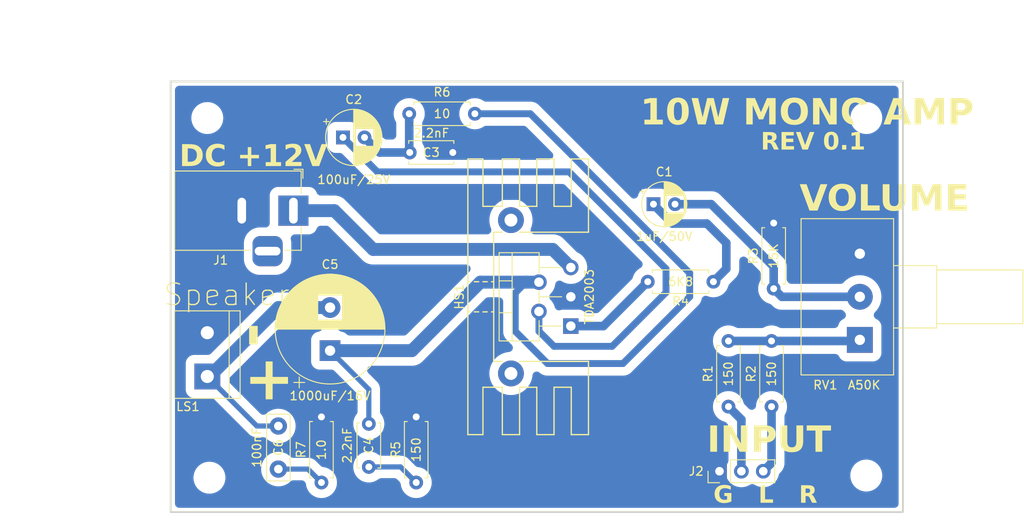
<source format=kicad_pcb>
(kicad_pcb (version 20221018) (generator pcbnew)
  (layers (0 "F.Cu" signal) (31 "B.Cu" signal) (34 "B.Paste" user) (35 "F.Paste" user) (36 "B.SilkS" user "B.Silkscreen") (37 "F.SilkS" user "F.Silkscreen") (38 "B.Mask" user) (39 "F.Mask" user) (44 "Edge.Cuts" user))
  (net 0 "")
  (net 1 "Net-(C1-Pad1)")
  (net 2 "Net-(C1-Pad2)")
  (net 3 "Net-(U1--)")
  (net 4 "Net-(C2-Pad2)")
  (net 5 "GND")
  (net 6 "Net-(C4-Pad1)")
  (net 7 "Net-(C5-Pad2)")
  (net 8 "Net-(C6-Pad2)")
  (net 9 "VCC")
  (net 10 "Net-(R1-Pad2)")
  (net 11 "Net-(U1-+)")
  (net 12 "Net-(J2-Pin_2)")
  (net 13 "Net-(J2-Pin_3)")
  (footprint "Capacitor_THT:C_Disc_D5.0mm_W2.5mm_P5.00mm" (layer "F.Cu") (at 128.25 85.75 -90)
    (fp_text reference "C4" (at 2.5 0 90) (layer "F.SilkS"))
    (fp_text value "2.2nF" (at 2.5 2.5 90) (layer "F.SilkS"))
    (pad "1" thru_hole circle (at 0 0 270) (size 1.6 1.6) (drill 0.8) (layers "*.Cu" "*.Mask") (net 6 "Net-(C4-Pad1)"))
    (pad "2" thru_hole circle (at 5 0 270) (size 1.6 1.6) (drill 0.8) (layers "*.Cu" "*.Mask") (net 4 "Net-(C2-Pad2)"))
  )
  (footprint "Resistor_THT:R_Axial_DIN0207_L6.3mm_D2.5mm_P7.62mm_Horizontal" (layer "F.Cu") (at 168.25 69.25 180)
    (fp_text reference "R4" (at 3.81 -2.25) (layer "F.SilkS"))
    (fp_text value "6K8" (at 3.81 0) (layer "F.SilkS"))
    (pad "1" thru_hole circle (at 0 0 180) (size 1.6 1.6) (drill 0.8) (layers "*.Cu" "*.Mask") (net 1 "Net-(C1-Pad1)"))
    (pad "2" thru_hole oval (at 7.62 0 180) (size 1.6 1.6) (drill 0.8) (layers "*.Cu" "*.Mask") (net 11 "Net-(U1-+)"))
  )
  (footprint "Capacitor_THT:C_Disc_D7.5mm_W2.5mm_P5.00mm" (layer "F.Cu") (at 117.75 86 -90)
    (fp_text reference "C6" (at 2.5 0 90) (layer "F.SilkS"))
    (fp_text value "100nF" (at 2.5 2.5 90) (layer "F.SilkS"))
    (pad "1" thru_hole circle (at 0 0 270) (size 2 2) (drill 1) (layers "*.Cu" "*.Mask") (net 7 "Net-(C5-Pad2)"))
    (pad "2" thru_hole circle (at 5 0 270) (size 2 2) (drill 1) (layers "*.Cu" "*.Mask") (net 8 "Net-(C6-Pad2)"))
  )
  (footprint "TerminalBlock:TerminalBlock_bornier-2_P5.08mm" (layer "F.Cu") (at 109.5 80.25 90)
    (fp_text reference "LS1" (at -3.5 -2.25) (layer "F.SilkS"))
    (fp_text value "Speaker" (at 9.5 2.25) (layer "F.SilkS") (effects (font (size 2.5 2.5))))
    (pad "1" thru_hole rect (at 0 0 90) (size 3 3) (drill 1.52) (layers "*.Cu" "*.Mask") (net 7 "Net-(C5-Pad2)"))
    (pad "2" thru_hole circle (at 5.08 0 90) (size 3 3) (drill 1.52) (layers "*.Cu" "*.Mask") (net 5 "GND"))
  )
  (footprint "MountingHole:MountingHole_3.2mm_M3" (layer "F.Cu") (at 109.75 92)
    (fp_text reference "REF**" hide)
    (fp_text value "MountingHole_3.2mm_M3")
    (pad "" np_thru_hole circle (at 0 0) (size 3.2 3.2) (drill 3.2) (layers "*.Cu" "*.Mask"))
  )
  (footprint "Capacitor_THT:CP_Radial_D5.0mm_P2.50mm" (layer "F.Cu") (at 161.294888 60.25)
    (fp_text reference "C1" (at 1.25 -3.75) (layer "F.SilkS"))
    (fp_text value "1uF/50V" (at 1.25 3.75) (layer "F.SilkS"))
    (pad "1" thru_hole rect (at 0 0) (size 1.6 1.6) (drill 0.8) (layers "*.Cu" "*.Mask") (net 1 "Net-(C1-Pad1)"))
    (pad "2" thru_hole circle (at 2.5 0) (size 1.6 1.6) (drill 0.8) (layers "*.Cu" "*.Mask") (net 2 "Net-(C1-Pad2)"))
  )
  (footprint "Resistor_THT:R_Axial_DIN0207_L6.3mm_D2.5mm_P7.62mm_Horizontal" (layer "F.Cu") (at 175 83.75 90)
    (fp_text reference "R2" (at 3.81 -2.37 90) (layer "F.SilkS"))
    (fp_text value "150" (at 3.81 0 90) (layer "F.SilkS"))
    (pad "1" thru_hole circle (at 0 0 90) (size 1.6 1.6) (drill 0.8) (layers "*.Cu" "*.Mask") (net 13 "Net-(J2-Pin_3)"))
    (pad "2" thru_hole oval (at 7.62 0 90) (size 1.6 1.6) (drill 0.8) (layers "*.Cu" "*.Mask") (net 10 "Net-(R1-Pad2)"))
  )
  (footprint "Heatsink:Heatsink_Stonecold_HS-132_32x14mm_2xFixation1.5mm" (layer "F.Cu") (at 144.75 71 90)
    (fp_text reference "HS1" (at 0 -6 90) (layer "F.SilkS"))
    (fp_text value "Heatsink")
    (pad "1" thru_hole circle (at -8.9 0 90) (size 3 3) (drill 1.5) (layers "*.Cu" "*.Mask"))
    (pad "1" thru_hole circle (at 8.9 0 90) (size 3 3) (drill 1.5) (layers "*.Cu" "*.Mask"))
  )
  (footprint "MountingHole:MountingHole_3.2mm_M3" (layer "F.Cu") (at 186 50.25)
    (fp_text reference "REF**" hide)
    (fp_text value "MountingHole_3.2mm_M3")
    (pad "" np_thru_hole circle (at 0 0) (size 3.2 3.2) (drill 3.2) (layers "*.Cu" "*.Mask"))
  )
  (footprint "Capacitor_THT:CP_Radial_D6.3mm_P2.50mm" (layer "F.Cu") (at 125.25 52.5)
    (fp_text reference "C2" (at 1.25 -4.4) (layer "F.SilkS"))
    (fp_text value "100uF/25V" (at 1.25 4.9) (layer "F.SilkS"))
    (pad "1" thru_hole rect (at 0 0) (size 1.6 1.6) (drill 0.8) (layers "*.Cu" "*.Mask") (net 3 "Net-(U1--)"))
    (pad "2" thru_hole circle (at 2.5 0) (size 1.6 1.6) (drill 0.8) (layers "*.Cu" "*.Mask") (net 4 "Net-(C2-Pad2)"))
  )
  (footprint "Connector_BarrelJack:BarrelJack_Horizontal" (layer "F.Cu") (at 119.5 61)
    (fp_text reference "J1" (at -8.45 5.75) (layer "F.SilkS"))
    (fp_text value "Barrel_Jack")
    (pad "1" thru_hole rect (at 0 0) (size 3.5 3.5) (drill oval 1 3) (layers "*.Cu" "*.Mask") (net 9 "VCC"))
    (pad "2" thru_hole roundrect (at -6 0) (size 3 3.5) (drill oval 1 3) (layers "*.Cu" "*.Mask") (net 5 "GND"))
    (pad "3" thru_hole roundrect (at -3 4.7) (size 3.5 3.5) (drill oval 3 1) (layers "*.Cu" "*.Mask"))
  )
  (footprint "Resistor_THT:R_Axial_DIN0207_L6.3mm_D2.5mm_P7.62mm_Horizontal" (layer "F.Cu") (at 140.56 49.75 180)
    (fp_text reference "R6" (at 3.81 2.5) (layer "F.SilkS"))
    (fp_text value "10" (at 3.81 0) (layer "F.SilkS"))
    (pad "1" thru_hole circle (at 0 0 180) (size 1.6 1.6) (drill 0.8) (layers "*.Cu" "*.Mask") (net 6 "Net-(C4-Pad1)"))
    (pad "2" thru_hole oval (at 7.62 0 180) (size 1.6 1.6) (drill 0.8) (layers "*.Cu" "*.Mask") (net 4 "Net-(C2-Pad2)"))
  )
  (footprint "Potentiometer_THT:Potentiometer_Alps_RK163_Single_Horizontal" (layer "F.Cu") (at 185.25 76 180)
    (fp_text reference "RV1" (at 4 -5.25) (layer "F.SilkS"))
    (fp_text value "A50K" (at -0.5 -5.25) (layer "F.SilkS"))
    (pad "1" thru_hole rect (at 0 0) (size 3 3) (drill 1.2) (layers "*.Cu" "*.Mask") (net 10 "Net-(R1-Pad2)"))
    (pad "2" thru_hole circle (at 0 5) (size 3 3) (drill 1.2) (layers "*.Cu" "*.Mask") (net 2 "Net-(C1-Pad2)"))
    (pad "3" thru_hole circle (at 0 10) (size 3 3) (drill 1.2) (layers "*.Cu" "*.Mask") (net 5 "GND"))
  )
  (footprint "Connector_PinHeader_2.54mm:PinHeader_1x03_P2.54mm_Vertical" (layer "F.Cu") (at 168.96 91.25 90)
    (fp_text reference "J2" (at 0 -2.71 180) (layer "F.SilkS"))
    (fp_text value "Conn_01x03_Pin")
    (pad "1" thru_hole rect (at 0 0 90) (size 1.7 1.7) (drill 1) (layers "*.Cu" "*.Mask") (net 5 "GND"))
    (pad "2" thru_hole oval (at 0 2.54 90) (size 1.7 1.7) (drill 1) (layers "*.Cu" "*.Mask") (net 12 "Net-(J2-Pin_2)"))
    (pad "3" thru_hole oval (at 0 5.08 90) (size 1.7 1.7) (drill 1) (layers "*.Cu" "*.Mask") (net 13 "Net-(J2-Pin_3)"))
  )
  (footprint "Resistor_THT:R_Axial_DIN0207_L6.3mm_D2.5mm_P7.62mm_Horizontal" (layer "F.Cu") (at 122.75 92.56 90)
    (fp_text reference "R7" (at 3.81 -2.37 90) (layer "F.SilkS"))
    (fp_text value "1.0" (at 3.81 0 90) (layer "F.SilkS"))
    (pad "1" thru_hole circle (at 0 0 90) (size 1.6 1.6) (drill 0.8) (layers "*.Cu" "*.Mask") (net 8 "Net-(C6-Pad2)"))
    (pad "2" thru_hole oval (at 7.62 0 90) (size 1.6 1.6) (drill 0.8) (layers "*.Cu" "*.Mask") (net 5 "GND"))
  )
  (footprint "Resistor_THT:R_Axial_DIN0207_L6.3mm_D2.5mm_P7.62mm_Horizontal" (layer "F.Cu") (at 133.75 92.56 90)
    (fp_text reference "R5" (at 3.81 -2.37 90) (layer "F.SilkS"))
    (fp_text value "150" (at 3.81 0 90) (layer "F.SilkS"))
    (pad "1" thru_hole circle (at 0 0 90) (size 1.6 1.6) (drill 0.8) (layers "*.Cu" "*.Mask") (net 4 "Net-(C2-Pad2)"))
    (pad "2" thru_hole oval (at 7.62 0 90) (size 1.6 1.6) (drill 0.8) (layers "*.Cu" "*.Mask") (net 5 "GND"))
  )
  (footprint "MountingHole:MountingHole_3.2mm_M3" (layer "F.Cu") (at 186 91.75)
    (fp_text reference "REF**" hide)
    (fp_text value "MountingHole_3.2mm_M3")
    (pad "" np_thru_hole circle (at 0 0) (size 3.2 3.2) (drill 3.2) (layers "*.Cu" "*.Mask"))
  )
  (footprint "MountingHole:MountingHole_3.2mm_M3" (layer "F.Cu") (at 109.5 50.25)
    (fp_text reference "REF**" hide)
    (fp_text value "MountingHole_3.2mm_M3")
    (pad "" np_thru_hole circle (at 0 0) (size 3.2 3.2) (drill 3.2) (layers "*.Cu" "*.Mask"))
  )
  (footprint "Capacitor_THT:C_Disc_D5.0mm_W2.5mm_P5.00mm" (layer "F.Cu") (at 133 54.25)
    (fp_text reference "C3" (at 2.5 0) (layer "F.SilkS"))
    (fp_text value "2.2nF" (at 2.5 -2.25) (layer "F.SilkS"))
    (pad "1" thru_hole circle (at 0 0) (size 1.6 1.6) (drill 0.8) (layers "*.Cu" "*.Mask") (net 4 "Net-(C2-Pad2)"))
    (pad "2" thru_hole circle (at 5 0) (size 1.6 1.6) (drill 0.8) (layers "*.Cu" "*.Mask") (net 5 "GND"))
  )
  (footprint "Package_TO_SOT_THT:TO-220-5_P3.4x3.7mm_StaggerOdd_Lead3.8mm_Vertical" (layer "F.Cu") (at 151.7 74.4 90)
    (fp_text reference "U1" hide)
    (fp_text value "TDA2003" (at 3.4 2.15 90) (layer "F.SilkS"))
    (pad "1" thru_hole rect (at 0 0 90) (size 1.8 1.8) (drill 1.1) (layers "*.Cu" "*.Mask") (net 11 "Net-(U1-+)"))
    (pad "2" thru_hole oval (at 1.7 -3.7 90) (size 1.8 1.8) (drill 1.1) (layers "*.Cu" "*.Mask") (net 3 "Net-(U1--)"))
    (pad "3" thru_hole oval (at 3.4 0 90) (size 1.8 1.8) (drill 1.1) (layers "*.Cu" "*.Mask") (net 5 "GND"))
    (pad "4" thru_hole oval (at 5.1 -3.7 90) (size 1.8 1.8) (drill 1.1) (layers "*.Cu" "*.Mask") (net 6 "Net-(C4-Pad1)"))
    (pad "5" thru_hole oval (at 6.8 0 90) (size 1.8 1.8) (drill 1.1) (layers "*.Cu" "*.Mask") (net 9 "VCC"))
  )
  (footprint "Capacitor_THT:CP_Radial_D12.5mm_P5.00mm" (layer "F.Cu") (at 123.75 77.25 90)
    (fp_text reference "C5" (at 10 0) (layer "F.SilkS"))
    (fp_text value "1000uF/16V" (at -5.25 0 180) (layer "F.SilkS"))
    (pad "1" thru_hole rect (at 0 0 90) (size 2.4 2.4) (drill 1.2) (layers "*.Cu" "*.Mask") (net 6 "Net-(C4-Pad1)"))
    (pad "2" thru_hole circle (at 5 0 90) (size 2.4 2.4) (drill 1.2) (layers "*.Cu" "*.Mask") (net 7 "Net-(C5-Pad2)"))
  )
  (footprint "Resistor_THT:R_Axial_DIN0207_L6.3mm_D2.5mm_P7.62mm_Horizontal" (layer "F.Cu") (at 175.25 70.06 90)
    (fp_text reference "R3" (at 3.81 -2.37 90) (layer "F.SilkS"))
    (fp_text value "15K" (at 3.81 0 90) (layer "F.SilkS"))
    (pad "1" thru_hole circle (at 0 0 90) (size 1.6 1.6) (drill 0.8) (layers "*.Cu" "*.Mask") (net 2 "Net-(C1-Pad2)"))
    (pad "2" thru_hole oval (at 7.62 0 90) (size 1.6 1.6) (drill 0.8) (layers "*.Cu" "*.Mask") (net 5 "GND"))
  )
  (footprint "Resistor_THT:R_Axial_DIN0207_L6.3mm_D2.5mm_P7.62mm_Horizontal" (layer "F.Cu") (at 170 83.75 90)
    (fp_text reference "R1" (at 3.81 -2.37 90) (layer "F.SilkS"))
    (fp_text value "150" (at 3.81 0 90) (layer "F.SilkS"))
    (pad "1" thru_hole circle (at 0 0 90) (size 1.6 1.6) (drill 0.8) (layers "*.Cu" "*.Mask") (net 12 "Net-(J2-Pin_2)"))
    (pad "2" thru_hole oval (at 7.62 0 90) (size 1.6 1.6) (drill 0.8) (layers "*.Cu" "*.Mask") (net 10 "Net-(R1-Pad2)"))
  )
  (gr_rect (start 105.25 46) (end 190.25 96) (stroke (width 0.2)) (fill none) (layer "F.SilkS"))
  (gr_rect (start 105.25 46) (end 190.25 96) (stroke (width 0.2)) (fill none) (layer "Edge.Cuts"))
  (gr_text "G   L   R" (at 168.25 95.25) (layer "F.SilkS") (effects (font (size 2 2) (thickness 0.3) bold) (justify left bottom)))
  (gr_text "REV 0.1" (at 173.75 54.25) (layer "F.SilkS") (effects (font (size 2 2) (thickness 0.3) bold) (justify left bottom)))
  (gr_text "+" (at 113.75 83.75) (layer "F.SilkS") (effects (font (size 5 5) (thickness 0.3) bold) (justify left bottom)))
  (gr_text "DC +12V\n" (at 106.25 56.25) (layer "F.SilkS") (effects (font (size 2.5 2.5) (thickness 0.3) bold) (justify left bottom)))
  (gr_text "10W MONO AMP" (at 159.75 51.5) (layer "F.SilkS") (effects (font (size 3 3) (thickness 0.3) bold) (justify left bottom)))
  (gr_text "-" (at 112 74 -90) (layer "F.SilkS") (effects (font (size 5 5) (thickness 0.3) bold) (justify left bottom)))
  (gr_text "INPUT" (at 167.5 89.5) (layer "F.SilkS") (effects (font (size 3 3) (thickness 0.3) bold) (justify left bottom)))
  (gr_text "VOLUME" (at 178.25 61.5) (layer "F.SilkS") (effects (font (size 3 3) (thickness 0.3) bold) (justify left bottom)))
  (segment (start 161.294888 60.25) (end 161.294888 60.295585) (width 1) (layer "B.Cu") (net 1))
  (segment (start 167.5 62.5) (end 169.75 64.75) (width 1) (layer "B.Cu") (net 1))
  (segment (start 163.499303 62.5) (end 167.5 62.5) (width 1) (layer "B.Cu") (net 1))
  (segment (start 169.75 64.75) (end 169.75 67.75) (width 1) (layer "B.Cu") (net 1))
  (segment (start 169.75 67.75) (end 168.25 69.25) (width 1) (layer "B.Cu") (net 1))
  (segment (start 161.294888 60.295585) (end 163.499303 62.5) (width 1) (layer "B.Cu") (net 1))
  (segment (start 176.19 71) (end 175.25 70.06) (width 1) (layer "B.Cu") (net 2))
  (segment (start 168 60.25) (end 163.794888 60.25) (width 1) (layer "B.Cu") (net 2))
  (segment (start 175.25 67.5) (end 168 60.25) (width 1) (layer "B.Cu") (net 2))
  (segment (start 175.25 70.06) (end 175.25 67.5) (width 1) (layer "B.Cu") (net 2))
  (segment (start 185.25 71) (end 176.19 71) (width 1) (layer "B.Cu") (net 2))
  (segment (start 162.75 67.75) (end 162.75 70.5) (width 0.8) (layer "B.Cu") (net 3))
  (segment (start 162.75 70.5) (end 156.5 76.75) (width 0.8) (layer "B.Cu") (net 3))
  (segment (start 148 75) (end 148 72.7) (width 0.8) (layer "B.Cu") (net 3))
  (segment (start 149.75 76.75) (end 148 75) (width 0.8) (layer "B.Cu") (net 3))
  (segment (start 156.5 76.75) (end 149.75 76.75) (width 0.8) (layer "B.Cu") (net 3))
  (segment (start 129.25 56.5) (end 151.5 56.5) (width 0.8) (layer "B.Cu") (net 3))
  (segment (start 125.25 52.5) (end 129.25 56.5) (width 0.8) (layer "B.Cu") (net 3))
  (segment (start 151.5 56.5) (end 162.75 67.75) (width 0.8) (layer "B.Cu") (net 3))
  (segment (start 129.5 54.25) (end 133 54.25) (width 1) (layer "B.Cu") (net 4))
  (segment (start 128.25 90.75) (end 131.94 90.75) (width 0.6) (layer "B.Cu") (net 4))
  (segment (start 132.94 49.75) (end 132.94 54.19) (width 1) (layer "B.Cu") (net 4))
  (segment (start 127.75 52.5) (end 129.5 54.25) (width 1) (layer "B.Cu") (net 4))
  (segment (start 132.94 54.19) (end 133 54.25) (width 1) (layer "B.Cu") (net 4))
  (segment (start 131.94 90.75) (end 133.75 92.56) (width 0.6) (layer "B.Cu") (net 4))
  (segment (start 149.5 59) (end 126.5 59) (width 1.5) (layer "B.Cu") (net 5))
  (segment (start 151.7 71) (end 153.75 71) (width 1.5) (layer "B.Cu") (net 5))
  (segment (start 109.5 65) (end 113.5 61) (width 1.5) (layer "B.Cu") (net 5))
  (segment (start 109.5 75.17) (end 109.5 65) (width 1.5) (layer "B.Cu") (net 5))
  (segment (start 117.25 57.25) (end 113.5 61) (width 1.5) (layer "B.Cu") (net 5))
  (segment (start 154.75 64.25) (end 149.5 59) (width 1.5) (layer "B.Cu") (net 5))
  (segment (start 154.75 70) (end 154.75 64.25) (width 1.5) (layer "B.Cu") (net 5))
  (segment (start 124.75 57.25) (end 117.25 57.25) (width 1.5) (layer "B.Cu") (net 5))
  (segment (start 153.75 71) (end 154.75 70) (width 1.5) (layer "B.Cu") (net 5))
  (segment (start 126.5 59) (end 124.75 57.25) (width 1.5) (layer "B.Cu") (net 5))
  (segment (start 157.75 78.75) (end 149 78.75) (width 0.8) (layer "B.Cu") (net 6))
  (segment (start 148 69.3) (end 146.5 69.3) (width 1.5) (layer "B.Cu") (net 6))
  (segment (start 149 78.75) (end 145.25 75) (width 0.8) (layer "B.Cu") (net 6))
  (segment (start 147 49.75) (end 165.5 68.25) (width 0.8) (layer "B.Cu") (net 6))
  (segment (start 128.25 81.75) (end 123.75 77.25) (width 0.6) (layer "B.Cu") (net 6))
  (segment (start 145.25 75) (end 145.25 70.55) (width 0.8) (layer "B.Cu") (net 6))
  (segment (start 141.2 69.3) (end 133.25 77.25) (width 1.5) (layer "B.Cu") (net 6))
  (segment (start 128.25 85.75) (end 128.25 81.75) (width 0.6) (layer "B.Cu") (net 6))
  (segment (start 140.56 49.75) (end 147 49.75) (width 0.8) (layer "B.Cu") (net 6))
  (segment (start 165.5 71) (end 157.75 78.75) (width 0.8) (layer "B.Cu") (net 6))
  (segment (start 146.5 69.3) (end 141.2 69.3) (width 1.5) (layer "B.Cu") (net 6))
  (segment (start 145.25 70.55) (end 146.5 69.3) (width 0.8) (layer "B.Cu") (net 6))
  (segment (start 133.25 77.25) (end 123.75 77.25) (width 1.5) (layer "B.Cu") (net 6))
  (segment (start 165.5 68.25) (end 165.5 71) (width 0.8) (layer "B.Cu") (net 6))
  (segment (start 109.75 80.25) (end 109.5 80.25) (width 1.5) (layer "B.Cu") (net 7))
  (segment (start 117.75 86) (end 115.25 86) (width 0.6) (layer "B.Cu") (net 7))
  (segment (start 123.75 72.25) (end 117.75 72.25) (width 1.5) (layer "B.Cu") (net 7))
  (segment (start 117.75 72.25) (end 109.75 80.25) (width 1.5) (layer "B.Cu") (net 7))
  (segment (start 115.25 86) (end 109.5 80.25) (width 0.6) (layer "B.Cu") (net 7))
  (segment (start 121.19 91) (end 122.75 92.56) (width 0.6) (layer "B.Cu") (net 8))
  (segment (start 117.75 91) (end 121.19 91) (width 0.6) (layer "B.Cu") (net 8))
  (segment (start 119.5 61) (end 124.25 61) (width 1.5) (layer "B.Cu") (net 9))
  (segment (start 128.75 65.5) (end 149.6 65.5) (width 1.5) (layer "B.Cu") (net 9))
  (segment (start 149.6 65.5) (end 151.7 67.6) (width 1.5) (layer "B.Cu") (net 9))
  (segment (start 124.25 61) (end 128.75 65.5) (width 1.5) (layer "B.Cu") (net 9))
  (segment (start 175 76.13) (end 185.12 76.13) (width 1) (layer "B.Cu") (net 10))
  (segment (start 185.12 76.13) (end 185.25 76) (width 1) (layer "B.Cu") (net 10))
  (segment (start 170 76.13) (end 175 76.13) (width 1) (layer "B.Cu") (net 10))
  (segment (start 151.7 74.4) (end 155.48 74.4) (width 1) (layer "B.Cu") (net 11))
  (segment (start 155.48 74.4) (end 160.63 69.25) (width 1) (layer "B.Cu") (net 11))
  (segment (start 171.5 85.25) (end 170 83.75) (width 1) (layer "B.Cu") (net 12))
  (segment (start 171.5 91.25) (end 171.5 85.25) (width 1) (layer "B.Cu") (net 12))
  (segment (start 174.04 91.25) (end 175 90.29) (width 1) (layer "B.Cu") (net 13))
  (segment (start 175 90.29) (end 175 83.75) (width 1) (layer "B.Cu") (net 13))
  (zone (net 5) (net_name "GND") (layer "B.Cu") (connect_pads yes (clearance 1)) (min_thickness 1) (fill yes (thermal_gap 1) (thermal_bridge_width 1))
    (polygon (pts (xy 105.75 46.5) (xy 189.75 46.5) (xy 189.75 95.5) (xy 105.75 95.5)))
  )
)
</source>
